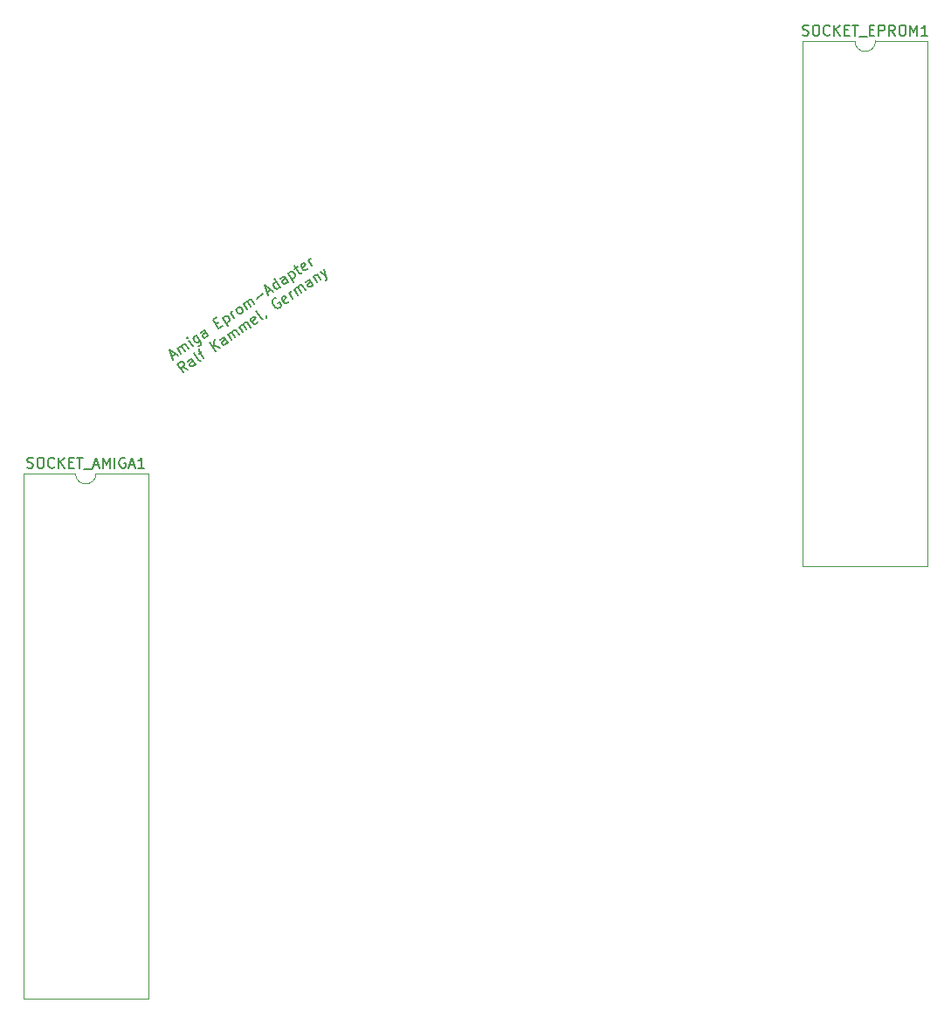
<source format=gbr>
%TF.GenerationSoftware,KiCad,Pcbnew,7.0.7*%
%TF.CreationDate,2024-01-01T13:21:05+01:00*%
%TF.ProjectId,A500-Kickadapter,41353030-2d4b-4696-936b-616461707465,rev?*%
%TF.SameCoordinates,Original*%
%TF.FileFunction,Legend,Top*%
%TF.FilePolarity,Positive*%
%FSLAX46Y46*%
G04 Gerber Fmt 4.6, Leading zero omitted, Abs format (unit mm)*
G04 Created by KiCad (PCBNEW 7.0.7) date 2024-01-01 13:21:05*
%MOMM*%
%LPD*%
G01*
G04 APERTURE LIST*
%ADD10C,0.200000*%
%ADD11C,0.150000*%
%ADD12C,0.120000*%
G04 APERTURE END LIST*
D10*
X116925174Y-67988211D02*
X117319954Y-67721928D01*
X117005987Y-68278335D02*
X116723140Y-67262900D01*
X116723140Y-67262900D02*
X117558679Y-67905540D01*
X117835025Y-67719142D02*
X117462230Y-67166450D01*
X117515486Y-67245406D02*
X117528336Y-67179300D01*
X117528336Y-67179300D02*
X117580664Y-67086566D01*
X117580664Y-67086566D02*
X117699098Y-67006681D01*
X117699098Y-67006681D02*
X117804682Y-66992903D01*
X117804682Y-66992903D02*
X117897416Y-67045230D01*
X117897416Y-67045230D02*
X118190327Y-67479488D01*
X117897416Y-67045230D02*
X117883638Y-66939646D01*
X117883638Y-66939646D02*
X117935966Y-66846912D01*
X117935966Y-66846912D02*
X118054400Y-66767027D01*
X118054400Y-66767027D02*
X118159984Y-66753248D01*
X118159984Y-66753248D02*
X118252718Y-66805576D01*
X118252718Y-66805576D02*
X118545629Y-67239834D01*
X118940408Y-66973552D02*
X118567613Y-66420860D01*
X118381215Y-66144514D02*
X118368366Y-66210620D01*
X118368366Y-66210620D02*
X118434472Y-66223470D01*
X118434472Y-66223470D02*
X118447322Y-66157364D01*
X118447322Y-66157364D02*
X118381215Y-66144514D01*
X118381215Y-66144514D02*
X118434472Y-66223470D01*
X119317694Y-65914924D02*
X119770374Y-66586050D01*
X119770374Y-66586050D02*
X119784153Y-66691634D01*
X119784153Y-66691634D02*
X119771303Y-66757740D01*
X119771303Y-66757740D02*
X119718975Y-66850474D01*
X119718975Y-66850474D02*
X119600541Y-66930359D01*
X119600541Y-66930359D02*
X119494957Y-66944138D01*
X119663861Y-66428138D02*
X119611534Y-66520872D01*
X119611534Y-66520872D02*
X119453622Y-66627385D01*
X119453622Y-66627385D02*
X119348037Y-66641164D01*
X119348037Y-66641164D02*
X119281931Y-66628314D01*
X119281931Y-66628314D02*
X119189197Y-66575986D01*
X119189197Y-66575986D02*
X119029427Y-66339118D01*
X119029427Y-66339118D02*
X119015649Y-66233534D01*
X119015649Y-66233534D02*
X119028499Y-66167428D01*
X119028499Y-66167428D02*
X119080826Y-66074693D01*
X119080826Y-66074693D02*
X119238738Y-65968180D01*
X119238738Y-65968180D02*
X119344322Y-65954402D01*
X120440571Y-65961679D02*
X120147661Y-65527421D01*
X120147661Y-65527421D02*
X120054926Y-65475094D01*
X120054926Y-65475094D02*
X119949342Y-65488872D01*
X119949342Y-65488872D02*
X119791430Y-65595385D01*
X119791430Y-65595385D02*
X119739102Y-65688120D01*
X120413943Y-65922201D02*
X120361615Y-66014936D01*
X120361615Y-66014936D02*
X120164225Y-66148077D01*
X120164225Y-66148077D02*
X120058641Y-66161855D01*
X120058641Y-66161855D02*
X119965907Y-66109528D01*
X119965907Y-66109528D02*
X119912650Y-66030572D01*
X119912650Y-66030572D02*
X119898872Y-65924987D01*
X119898872Y-65924987D02*
X119951199Y-65832253D01*
X119951199Y-65832253D02*
X120148589Y-65699112D01*
X120148589Y-65699112D02*
X120200917Y-65606377D01*
X121174088Y-64835087D02*
X121450434Y-64648689D01*
X121861779Y-65003063D02*
X121466999Y-65269345D01*
X121466999Y-65269345D02*
X120907806Y-64440307D01*
X120907806Y-64440307D02*
X121302586Y-64174025D01*
X121844285Y-64210717D02*
X122403478Y-65039754D01*
X121870914Y-64250195D02*
X121923241Y-64157460D01*
X121923241Y-64157460D02*
X122081153Y-64050947D01*
X122081153Y-64050947D02*
X122186737Y-64037169D01*
X122186737Y-64037169D02*
X122252844Y-64050019D01*
X122252844Y-64050019D02*
X122345578Y-64102346D01*
X122345578Y-64102346D02*
X122505347Y-64339214D01*
X122505347Y-64339214D02*
X122519126Y-64444798D01*
X122519126Y-64444798D02*
X122506276Y-64510905D01*
X122506276Y-64510905D02*
X122453948Y-64603639D01*
X122453948Y-64603639D02*
X122296037Y-64710152D01*
X122296037Y-64710152D02*
X122190452Y-64723930D01*
X122967162Y-64257472D02*
X122594367Y-63704780D01*
X122700880Y-63862692D02*
X122687101Y-63757108D01*
X122687101Y-63757108D02*
X122699951Y-63691002D01*
X122699951Y-63691002D02*
X122752279Y-63598267D01*
X122752279Y-63598267D02*
X122831235Y-63545011D01*
X123598810Y-63831420D02*
X123493226Y-63845198D01*
X123493226Y-63845198D02*
X123427120Y-63832349D01*
X123427120Y-63832349D02*
X123334385Y-63780021D01*
X123334385Y-63780021D02*
X123174616Y-63543153D01*
X123174616Y-63543153D02*
X123160838Y-63437569D01*
X123160838Y-63437569D02*
X123173687Y-63371463D01*
X123173687Y-63371463D02*
X123226015Y-63278728D01*
X123226015Y-63278728D02*
X123344449Y-63198844D01*
X123344449Y-63198844D02*
X123450033Y-63185065D01*
X123450033Y-63185065D02*
X123516139Y-63197915D01*
X123516139Y-63197915D02*
X123608874Y-63250243D01*
X123608874Y-63250243D02*
X123768643Y-63487110D01*
X123768643Y-63487110D02*
X123782422Y-63592695D01*
X123782422Y-63592695D02*
X123769572Y-63658801D01*
X123769572Y-63658801D02*
X123717244Y-63751535D01*
X123717244Y-63751535D02*
X123598810Y-63831420D01*
X124230458Y-63405368D02*
X123857663Y-62852676D01*
X123910919Y-62931632D02*
X123923769Y-62865526D01*
X123923769Y-62865526D02*
X123976097Y-62772792D01*
X123976097Y-62772792D02*
X124094531Y-62692907D01*
X124094531Y-62692907D02*
X124200115Y-62679129D01*
X124200115Y-62679129D02*
X124292849Y-62731456D01*
X124292849Y-62731456D02*
X124585760Y-63165714D01*
X124292849Y-62731456D02*
X124279071Y-62625872D01*
X124279071Y-62625872D02*
X124331399Y-62533138D01*
X124331399Y-62533138D02*
X124449832Y-62453253D01*
X124449832Y-62453253D02*
X124555417Y-62439474D01*
X124555417Y-62439474D02*
X124648151Y-62491802D01*
X124648151Y-62491802D02*
X124941062Y-62926060D01*
X125122815Y-62343954D02*
X125754463Y-61917902D01*
X126163021Y-61757204D02*
X126557801Y-61490922D01*
X126243835Y-62047329D02*
X125960987Y-61031893D01*
X125960987Y-61031893D02*
X126796526Y-61674533D01*
X127428174Y-61248482D02*
X126868981Y-60419444D01*
X127401546Y-61209004D02*
X127349218Y-61301738D01*
X127349218Y-61301738D02*
X127191306Y-61408251D01*
X127191306Y-61408251D02*
X127085722Y-61422029D01*
X127085722Y-61422029D02*
X127019616Y-61409180D01*
X127019616Y-61409180D02*
X126926881Y-61356852D01*
X126926881Y-61356852D02*
X126767112Y-61119984D01*
X126767112Y-61119984D02*
X126753333Y-61014400D01*
X126753333Y-61014400D02*
X126766183Y-60948294D01*
X126766183Y-60948294D02*
X126818511Y-60855559D01*
X126818511Y-60855559D02*
X126976423Y-60749046D01*
X126976423Y-60749046D02*
X127082007Y-60735268D01*
X128178256Y-60742545D02*
X127885345Y-60308287D01*
X127885345Y-60308287D02*
X127792611Y-60255960D01*
X127792611Y-60255960D02*
X127687027Y-60269738D01*
X127687027Y-60269738D02*
X127529115Y-60376251D01*
X127529115Y-60376251D02*
X127476787Y-60468985D01*
X128151627Y-60703067D02*
X128099300Y-60795801D01*
X128099300Y-60795801D02*
X127901910Y-60928943D01*
X127901910Y-60928943D02*
X127796326Y-60942721D01*
X127796326Y-60942721D02*
X127703591Y-60890393D01*
X127703591Y-60890393D02*
X127650335Y-60811437D01*
X127650335Y-60811437D02*
X127636556Y-60705853D01*
X127636556Y-60705853D02*
X127688884Y-60613119D01*
X127688884Y-60613119D02*
X127886274Y-60479978D01*
X127886274Y-60479978D02*
X127938602Y-60387243D01*
X128200240Y-59923571D02*
X128759433Y-60752608D01*
X128226869Y-59963049D02*
X128279196Y-59870314D01*
X128279196Y-59870314D02*
X128437108Y-59763802D01*
X128437108Y-59763802D02*
X128542692Y-59750023D01*
X128542692Y-59750023D02*
X128608799Y-59762873D01*
X128608799Y-59762873D02*
X128701533Y-59815200D01*
X128701533Y-59815200D02*
X128861302Y-60052068D01*
X128861302Y-60052068D02*
X128875081Y-60157653D01*
X128875081Y-60157653D02*
X128862231Y-60223759D01*
X128862231Y-60223759D02*
X128809903Y-60316493D01*
X128809903Y-60316493D02*
X128651992Y-60423006D01*
X128651992Y-60423006D02*
X128546407Y-60436785D01*
X128831888Y-59497519D02*
X129147712Y-59284493D01*
X128763924Y-59141289D02*
X129243233Y-59851892D01*
X129243233Y-59851892D02*
X129335967Y-59904220D01*
X129335967Y-59904220D02*
X129441551Y-59890441D01*
X129441551Y-59890441D02*
X129520507Y-59837185D01*
X130086049Y-59398283D02*
X130033721Y-59491018D01*
X130033721Y-59491018D02*
X129875809Y-59597531D01*
X129875809Y-59597531D02*
X129770225Y-59611309D01*
X129770225Y-59611309D02*
X129677491Y-59558981D01*
X129677491Y-59558981D02*
X129464465Y-59243158D01*
X129464465Y-59243158D02*
X129450686Y-59137573D01*
X129450686Y-59137573D02*
X129503014Y-59044839D01*
X129503014Y-59044839D02*
X129660926Y-58938326D01*
X129660926Y-58938326D02*
X129766510Y-58924547D01*
X129766510Y-58924547D02*
X129859245Y-58976875D01*
X129859245Y-58976875D02*
X129912501Y-59055831D01*
X129912501Y-59055831D02*
X129570978Y-59401069D01*
X130507457Y-59171479D02*
X130134662Y-58618787D01*
X130241175Y-58776699D02*
X130227396Y-58671115D01*
X130227396Y-58671115D02*
X130240246Y-58605009D01*
X130240246Y-58605009D02*
X130292574Y-58512274D01*
X130292574Y-58512274D02*
X130371530Y-58459018D01*
X118498458Y-69213662D02*
X117955830Y-69005279D01*
X118024722Y-69533200D02*
X117465529Y-68704163D01*
X117465529Y-68704163D02*
X117781353Y-68491137D01*
X117781353Y-68491137D02*
X117886937Y-68477359D01*
X117886937Y-68477359D02*
X117953044Y-68490208D01*
X117953044Y-68490208D02*
X118045778Y-68542536D01*
X118045778Y-68542536D02*
X118125663Y-68660970D01*
X118125663Y-68660970D02*
X118139441Y-68766554D01*
X118139441Y-68766554D02*
X118126592Y-68832660D01*
X118126592Y-68832660D02*
X118074264Y-68925395D01*
X118074264Y-68925395D02*
X117758440Y-69138421D01*
X119209062Y-68734353D02*
X118916151Y-68300096D01*
X118916151Y-68300096D02*
X118823417Y-68247768D01*
X118823417Y-68247768D02*
X118717833Y-68261546D01*
X118717833Y-68261546D02*
X118559921Y-68368059D01*
X118559921Y-68368059D02*
X118507593Y-68460794D01*
X119182433Y-68694875D02*
X119130106Y-68787610D01*
X119130106Y-68787610D02*
X118932716Y-68920751D01*
X118932716Y-68920751D02*
X118827132Y-68934530D01*
X118827132Y-68934530D02*
X118734397Y-68882202D01*
X118734397Y-68882202D02*
X118681141Y-68803246D01*
X118681141Y-68803246D02*
X118667362Y-68697662D01*
X118667362Y-68697662D02*
X118719690Y-68604927D01*
X118719690Y-68604927D02*
X118917080Y-68471786D01*
X118917080Y-68471786D02*
X118969408Y-68379052D01*
X119722276Y-68388186D02*
X119616691Y-68401965D01*
X119616691Y-68401965D02*
X119523957Y-68349637D01*
X119523957Y-68349637D02*
X119044649Y-67639033D01*
X119546871Y-67702353D02*
X119862694Y-67489327D01*
X120038100Y-68175160D02*
X119558792Y-67464557D01*
X119558792Y-67464557D02*
X119545013Y-67358972D01*
X119545013Y-67358972D02*
X119597341Y-67266238D01*
X119597341Y-67266238D02*
X119676297Y-67212981D01*
X121143484Y-67429569D02*
X120584291Y-66600532D01*
X121617220Y-67110031D02*
X120942379Y-66875949D01*
X121058027Y-66280993D02*
X120903830Y-67074267D01*
X122327823Y-66630722D02*
X122034913Y-66196465D01*
X122034913Y-66196465D02*
X121942178Y-66144137D01*
X121942178Y-66144137D02*
X121836594Y-66157915D01*
X121836594Y-66157915D02*
X121678682Y-66264428D01*
X121678682Y-66264428D02*
X121626354Y-66357163D01*
X122301195Y-66591244D02*
X122248867Y-66683979D01*
X122248867Y-66683979D02*
X122051477Y-66817120D01*
X122051477Y-66817120D02*
X121945893Y-66830898D01*
X121945893Y-66830898D02*
X121853159Y-66778571D01*
X121853159Y-66778571D02*
X121799902Y-66699615D01*
X121799902Y-66699615D02*
X121786124Y-66594031D01*
X121786124Y-66594031D02*
X121838451Y-66501296D01*
X121838451Y-66501296D02*
X122035841Y-66368155D01*
X122035841Y-66368155D02*
X122088169Y-66275420D01*
X122722603Y-66364440D02*
X122349808Y-65811748D01*
X122403064Y-65890704D02*
X122415914Y-65824598D01*
X122415914Y-65824598D02*
X122468242Y-65731864D01*
X122468242Y-65731864D02*
X122586676Y-65651979D01*
X122586676Y-65651979D02*
X122692260Y-65638200D01*
X122692260Y-65638200D02*
X122784994Y-65690528D01*
X122784994Y-65690528D02*
X123077905Y-66124786D01*
X122784994Y-65690528D02*
X122771216Y-65584944D01*
X122771216Y-65584944D02*
X122823544Y-65492209D01*
X122823544Y-65492209D02*
X122941977Y-65412325D01*
X122941977Y-65412325D02*
X123047562Y-65398546D01*
X123047562Y-65398546D02*
X123140296Y-65450874D01*
X123140296Y-65450874D02*
X123433207Y-65885132D01*
X123827986Y-65618850D02*
X123455191Y-65066158D01*
X123508447Y-65145114D02*
X123521297Y-65079008D01*
X123521297Y-65079008D02*
X123573625Y-64986273D01*
X123573625Y-64986273D02*
X123692059Y-64906388D01*
X123692059Y-64906388D02*
X123797643Y-64892610D01*
X123797643Y-64892610D02*
X123890377Y-64944938D01*
X123890377Y-64944938D02*
X124183288Y-65379195D01*
X123890377Y-64944938D02*
X123876599Y-64839353D01*
X123876599Y-64839353D02*
X123928927Y-64746619D01*
X123928927Y-64746619D02*
X124047361Y-64666734D01*
X124047361Y-64666734D02*
X124152945Y-64652956D01*
X124152945Y-64652956D02*
X124245679Y-64705284D01*
X124245679Y-64705284D02*
X124538590Y-65139541D01*
X125222565Y-64620755D02*
X125170237Y-64713490D01*
X125170237Y-64713490D02*
X125012325Y-64820003D01*
X125012325Y-64820003D02*
X124906741Y-64833781D01*
X124906741Y-64833781D02*
X124814007Y-64781454D01*
X124814007Y-64781454D02*
X124600981Y-64465630D01*
X124600981Y-64465630D02*
X124587202Y-64360045D01*
X124587202Y-64360045D02*
X124639530Y-64267311D01*
X124639530Y-64267311D02*
X124797442Y-64160798D01*
X124797442Y-64160798D02*
X124903026Y-64147020D01*
X124903026Y-64147020D02*
X124995761Y-64199347D01*
X124995761Y-64199347D02*
X125049017Y-64278303D01*
X125049017Y-64278303D02*
X124707494Y-64623542D01*
X125762407Y-64314066D02*
X125656823Y-64327845D01*
X125656823Y-64327845D02*
X125564088Y-64275517D01*
X125564088Y-64275517D02*
X125084780Y-63564913D01*
X126091081Y-64034934D02*
X126117709Y-64074412D01*
X126117709Y-64074412D02*
X126131488Y-64179996D01*
X126131488Y-64179996D02*
X126118638Y-64246102D01*
X127006352Y-62326236D02*
X126900767Y-62340014D01*
X126900767Y-62340014D02*
X126782333Y-62419899D01*
X126782333Y-62419899D02*
X126690528Y-62539262D01*
X126690528Y-62539262D02*
X126664828Y-62671474D01*
X126664828Y-62671474D02*
X126678607Y-62777058D01*
X126678607Y-62777058D02*
X126745642Y-62961599D01*
X126745642Y-62961599D02*
X126825526Y-63080033D01*
X126825526Y-63080033D02*
X126971517Y-63211316D01*
X126971517Y-63211316D02*
X127064252Y-63263644D01*
X127064252Y-63263644D02*
X127196464Y-63289343D01*
X127196464Y-63289343D02*
X127341526Y-63248937D01*
X127341526Y-63248937D02*
X127420482Y-63195680D01*
X127420482Y-63195680D02*
X127512288Y-63076318D01*
X127512288Y-63076318D02*
X127525138Y-63010211D01*
X127525138Y-63010211D02*
X127338740Y-62733866D01*
X127338740Y-62733866D02*
X127180828Y-62840378D01*
X128222892Y-62597009D02*
X128170564Y-62689744D01*
X128170564Y-62689744D02*
X128012652Y-62796257D01*
X128012652Y-62796257D02*
X127907068Y-62810035D01*
X127907068Y-62810035D02*
X127814333Y-62757708D01*
X127814333Y-62757708D02*
X127601308Y-62441884D01*
X127601308Y-62441884D02*
X127587529Y-62336300D01*
X127587529Y-62336300D02*
X127639857Y-62243565D01*
X127639857Y-62243565D02*
X127797769Y-62137052D01*
X127797769Y-62137052D02*
X127903353Y-62123274D01*
X127903353Y-62123274D02*
X127996087Y-62175601D01*
X127996087Y-62175601D02*
X128049344Y-62254557D01*
X128049344Y-62254557D02*
X127707820Y-62599796D01*
X128644300Y-62370205D02*
X128271505Y-61817513D01*
X128378018Y-61975425D02*
X128364239Y-61869841D01*
X128364239Y-61869841D02*
X128377089Y-61803735D01*
X128377089Y-61803735D02*
X128429416Y-61711000D01*
X128429416Y-61711000D02*
X128508372Y-61657744D01*
X129157514Y-62024038D02*
X128784719Y-61471346D01*
X128837975Y-61550302D02*
X128850825Y-61484196D01*
X128850825Y-61484196D02*
X128903153Y-61391461D01*
X128903153Y-61391461D02*
X129021587Y-61311577D01*
X129021587Y-61311577D02*
X129127171Y-61297798D01*
X129127171Y-61297798D02*
X129219905Y-61350126D01*
X129219905Y-61350126D02*
X129512816Y-61784384D01*
X129219905Y-61350126D02*
X129206127Y-61244542D01*
X129206127Y-61244542D02*
X129258454Y-61151807D01*
X129258454Y-61151807D02*
X129376888Y-61071923D01*
X129376888Y-61071923D02*
X129482473Y-61058144D01*
X129482473Y-61058144D02*
X129575207Y-61110472D01*
X129575207Y-61110472D02*
X129868118Y-61544730D01*
X130618199Y-61038793D02*
X130325288Y-60604535D01*
X130325288Y-60604535D02*
X130232554Y-60552208D01*
X130232554Y-60552208D02*
X130126970Y-60565986D01*
X130126970Y-60565986D02*
X129969058Y-60672499D01*
X129969058Y-60672499D02*
X129916730Y-60765234D01*
X130591571Y-60999315D02*
X130539243Y-61092050D01*
X130539243Y-61092050D02*
X130341853Y-61225191D01*
X130341853Y-61225191D02*
X130236269Y-61238969D01*
X130236269Y-61238969D02*
X130143534Y-61186642D01*
X130143534Y-61186642D02*
X130090278Y-61107686D01*
X130090278Y-61107686D02*
X130076499Y-61002102D01*
X130076499Y-61002102D02*
X130128827Y-60909367D01*
X130128827Y-60909367D02*
X130326217Y-60776226D01*
X130326217Y-60776226D02*
X130378545Y-60683491D01*
X130640183Y-60219819D02*
X131012979Y-60772511D01*
X130693440Y-60298775D02*
X130706290Y-60232669D01*
X130706290Y-60232669D02*
X130758617Y-60139934D01*
X130758617Y-60139934D02*
X130877051Y-60060050D01*
X130877051Y-60060050D02*
X130982636Y-60046271D01*
X130982636Y-60046271D02*
X131075370Y-60098599D01*
X131075370Y-60098599D02*
X131368281Y-60532857D01*
X131311309Y-59767139D02*
X131881494Y-60186690D01*
X131706089Y-59500857D02*
X131881494Y-60186690D01*
X131881494Y-60186690D02*
X131935680Y-60437336D01*
X131935680Y-60437336D02*
X131922830Y-60503442D01*
X131922830Y-60503442D02*
X131870502Y-60596177D01*
D11*
X102918333Y-78722200D02*
X103061190Y-78769819D01*
X103061190Y-78769819D02*
X103299285Y-78769819D01*
X103299285Y-78769819D02*
X103394523Y-78722200D01*
X103394523Y-78722200D02*
X103442142Y-78674580D01*
X103442142Y-78674580D02*
X103489761Y-78579342D01*
X103489761Y-78579342D02*
X103489761Y-78484104D01*
X103489761Y-78484104D02*
X103442142Y-78388866D01*
X103442142Y-78388866D02*
X103394523Y-78341247D01*
X103394523Y-78341247D02*
X103299285Y-78293628D01*
X103299285Y-78293628D02*
X103108809Y-78246009D01*
X103108809Y-78246009D02*
X103013571Y-78198390D01*
X103013571Y-78198390D02*
X102965952Y-78150771D01*
X102965952Y-78150771D02*
X102918333Y-78055533D01*
X102918333Y-78055533D02*
X102918333Y-77960295D01*
X102918333Y-77960295D02*
X102965952Y-77865057D01*
X102965952Y-77865057D02*
X103013571Y-77817438D01*
X103013571Y-77817438D02*
X103108809Y-77769819D01*
X103108809Y-77769819D02*
X103346904Y-77769819D01*
X103346904Y-77769819D02*
X103489761Y-77817438D01*
X104108809Y-77769819D02*
X104299285Y-77769819D01*
X104299285Y-77769819D02*
X104394523Y-77817438D01*
X104394523Y-77817438D02*
X104489761Y-77912676D01*
X104489761Y-77912676D02*
X104537380Y-78103152D01*
X104537380Y-78103152D02*
X104537380Y-78436485D01*
X104537380Y-78436485D02*
X104489761Y-78626961D01*
X104489761Y-78626961D02*
X104394523Y-78722200D01*
X104394523Y-78722200D02*
X104299285Y-78769819D01*
X104299285Y-78769819D02*
X104108809Y-78769819D01*
X104108809Y-78769819D02*
X104013571Y-78722200D01*
X104013571Y-78722200D02*
X103918333Y-78626961D01*
X103918333Y-78626961D02*
X103870714Y-78436485D01*
X103870714Y-78436485D02*
X103870714Y-78103152D01*
X103870714Y-78103152D02*
X103918333Y-77912676D01*
X103918333Y-77912676D02*
X104013571Y-77817438D01*
X104013571Y-77817438D02*
X104108809Y-77769819D01*
X105537380Y-78674580D02*
X105489761Y-78722200D01*
X105489761Y-78722200D02*
X105346904Y-78769819D01*
X105346904Y-78769819D02*
X105251666Y-78769819D01*
X105251666Y-78769819D02*
X105108809Y-78722200D01*
X105108809Y-78722200D02*
X105013571Y-78626961D01*
X105013571Y-78626961D02*
X104965952Y-78531723D01*
X104965952Y-78531723D02*
X104918333Y-78341247D01*
X104918333Y-78341247D02*
X104918333Y-78198390D01*
X104918333Y-78198390D02*
X104965952Y-78007914D01*
X104965952Y-78007914D02*
X105013571Y-77912676D01*
X105013571Y-77912676D02*
X105108809Y-77817438D01*
X105108809Y-77817438D02*
X105251666Y-77769819D01*
X105251666Y-77769819D02*
X105346904Y-77769819D01*
X105346904Y-77769819D02*
X105489761Y-77817438D01*
X105489761Y-77817438D02*
X105537380Y-77865057D01*
X105965952Y-78769819D02*
X105965952Y-77769819D01*
X106537380Y-78769819D02*
X106108809Y-78198390D01*
X106537380Y-77769819D02*
X105965952Y-78341247D01*
X106965952Y-78246009D02*
X107299285Y-78246009D01*
X107442142Y-78769819D02*
X106965952Y-78769819D01*
X106965952Y-78769819D02*
X106965952Y-77769819D01*
X106965952Y-77769819D02*
X107442142Y-77769819D01*
X107727857Y-77769819D02*
X108299285Y-77769819D01*
X108013571Y-78769819D02*
X108013571Y-77769819D01*
X108394524Y-78865057D02*
X109156428Y-78865057D01*
X109346905Y-78484104D02*
X109823095Y-78484104D01*
X109251667Y-78769819D02*
X109585000Y-77769819D01*
X109585000Y-77769819D02*
X109918333Y-78769819D01*
X110251667Y-78769819D02*
X110251667Y-77769819D01*
X110251667Y-77769819D02*
X110585000Y-78484104D01*
X110585000Y-78484104D02*
X110918333Y-77769819D01*
X110918333Y-77769819D02*
X110918333Y-78769819D01*
X111394524Y-78769819D02*
X111394524Y-77769819D01*
X112394523Y-77817438D02*
X112299285Y-77769819D01*
X112299285Y-77769819D02*
X112156428Y-77769819D01*
X112156428Y-77769819D02*
X112013571Y-77817438D01*
X112013571Y-77817438D02*
X111918333Y-77912676D01*
X111918333Y-77912676D02*
X111870714Y-78007914D01*
X111870714Y-78007914D02*
X111823095Y-78198390D01*
X111823095Y-78198390D02*
X111823095Y-78341247D01*
X111823095Y-78341247D02*
X111870714Y-78531723D01*
X111870714Y-78531723D02*
X111918333Y-78626961D01*
X111918333Y-78626961D02*
X112013571Y-78722200D01*
X112013571Y-78722200D02*
X112156428Y-78769819D01*
X112156428Y-78769819D02*
X112251666Y-78769819D01*
X112251666Y-78769819D02*
X112394523Y-78722200D01*
X112394523Y-78722200D02*
X112442142Y-78674580D01*
X112442142Y-78674580D02*
X112442142Y-78341247D01*
X112442142Y-78341247D02*
X112251666Y-78341247D01*
X112823095Y-78484104D02*
X113299285Y-78484104D01*
X112727857Y-78769819D02*
X113061190Y-77769819D01*
X113061190Y-77769819D02*
X113394523Y-78769819D01*
X114251666Y-78769819D02*
X113680238Y-78769819D01*
X113965952Y-78769819D02*
X113965952Y-77769819D01*
X113965952Y-77769819D02*
X113870714Y-77912676D01*
X113870714Y-77912676D02*
X113775476Y-78007914D01*
X113775476Y-78007914D02*
X113680238Y-78055533D01*
X178102381Y-36812200D02*
X178245238Y-36859819D01*
X178245238Y-36859819D02*
X178483333Y-36859819D01*
X178483333Y-36859819D02*
X178578571Y-36812200D01*
X178578571Y-36812200D02*
X178626190Y-36764580D01*
X178626190Y-36764580D02*
X178673809Y-36669342D01*
X178673809Y-36669342D02*
X178673809Y-36574104D01*
X178673809Y-36574104D02*
X178626190Y-36478866D01*
X178626190Y-36478866D02*
X178578571Y-36431247D01*
X178578571Y-36431247D02*
X178483333Y-36383628D01*
X178483333Y-36383628D02*
X178292857Y-36336009D01*
X178292857Y-36336009D02*
X178197619Y-36288390D01*
X178197619Y-36288390D02*
X178150000Y-36240771D01*
X178150000Y-36240771D02*
X178102381Y-36145533D01*
X178102381Y-36145533D02*
X178102381Y-36050295D01*
X178102381Y-36050295D02*
X178150000Y-35955057D01*
X178150000Y-35955057D02*
X178197619Y-35907438D01*
X178197619Y-35907438D02*
X178292857Y-35859819D01*
X178292857Y-35859819D02*
X178530952Y-35859819D01*
X178530952Y-35859819D02*
X178673809Y-35907438D01*
X179292857Y-35859819D02*
X179483333Y-35859819D01*
X179483333Y-35859819D02*
X179578571Y-35907438D01*
X179578571Y-35907438D02*
X179673809Y-36002676D01*
X179673809Y-36002676D02*
X179721428Y-36193152D01*
X179721428Y-36193152D02*
X179721428Y-36526485D01*
X179721428Y-36526485D02*
X179673809Y-36716961D01*
X179673809Y-36716961D02*
X179578571Y-36812200D01*
X179578571Y-36812200D02*
X179483333Y-36859819D01*
X179483333Y-36859819D02*
X179292857Y-36859819D01*
X179292857Y-36859819D02*
X179197619Y-36812200D01*
X179197619Y-36812200D02*
X179102381Y-36716961D01*
X179102381Y-36716961D02*
X179054762Y-36526485D01*
X179054762Y-36526485D02*
X179054762Y-36193152D01*
X179054762Y-36193152D02*
X179102381Y-36002676D01*
X179102381Y-36002676D02*
X179197619Y-35907438D01*
X179197619Y-35907438D02*
X179292857Y-35859819D01*
X180721428Y-36764580D02*
X180673809Y-36812200D01*
X180673809Y-36812200D02*
X180530952Y-36859819D01*
X180530952Y-36859819D02*
X180435714Y-36859819D01*
X180435714Y-36859819D02*
X180292857Y-36812200D01*
X180292857Y-36812200D02*
X180197619Y-36716961D01*
X180197619Y-36716961D02*
X180150000Y-36621723D01*
X180150000Y-36621723D02*
X180102381Y-36431247D01*
X180102381Y-36431247D02*
X180102381Y-36288390D01*
X180102381Y-36288390D02*
X180150000Y-36097914D01*
X180150000Y-36097914D02*
X180197619Y-36002676D01*
X180197619Y-36002676D02*
X180292857Y-35907438D01*
X180292857Y-35907438D02*
X180435714Y-35859819D01*
X180435714Y-35859819D02*
X180530952Y-35859819D01*
X180530952Y-35859819D02*
X180673809Y-35907438D01*
X180673809Y-35907438D02*
X180721428Y-35955057D01*
X181150000Y-36859819D02*
X181150000Y-35859819D01*
X181721428Y-36859819D02*
X181292857Y-36288390D01*
X181721428Y-35859819D02*
X181150000Y-36431247D01*
X182150000Y-36336009D02*
X182483333Y-36336009D01*
X182626190Y-36859819D02*
X182150000Y-36859819D01*
X182150000Y-36859819D02*
X182150000Y-35859819D01*
X182150000Y-35859819D02*
X182626190Y-35859819D01*
X182911905Y-35859819D02*
X183483333Y-35859819D01*
X183197619Y-36859819D02*
X183197619Y-35859819D01*
X183578572Y-36955057D02*
X184340476Y-36955057D01*
X184578572Y-36336009D02*
X184911905Y-36336009D01*
X185054762Y-36859819D02*
X184578572Y-36859819D01*
X184578572Y-36859819D02*
X184578572Y-35859819D01*
X184578572Y-35859819D02*
X185054762Y-35859819D01*
X185483334Y-36859819D02*
X185483334Y-35859819D01*
X185483334Y-35859819D02*
X185864286Y-35859819D01*
X185864286Y-35859819D02*
X185959524Y-35907438D01*
X185959524Y-35907438D02*
X186007143Y-35955057D01*
X186007143Y-35955057D02*
X186054762Y-36050295D01*
X186054762Y-36050295D02*
X186054762Y-36193152D01*
X186054762Y-36193152D02*
X186007143Y-36288390D01*
X186007143Y-36288390D02*
X185959524Y-36336009D01*
X185959524Y-36336009D02*
X185864286Y-36383628D01*
X185864286Y-36383628D02*
X185483334Y-36383628D01*
X187054762Y-36859819D02*
X186721429Y-36383628D01*
X186483334Y-36859819D02*
X186483334Y-35859819D01*
X186483334Y-35859819D02*
X186864286Y-35859819D01*
X186864286Y-35859819D02*
X186959524Y-35907438D01*
X186959524Y-35907438D02*
X187007143Y-35955057D01*
X187007143Y-35955057D02*
X187054762Y-36050295D01*
X187054762Y-36050295D02*
X187054762Y-36193152D01*
X187054762Y-36193152D02*
X187007143Y-36288390D01*
X187007143Y-36288390D02*
X186959524Y-36336009D01*
X186959524Y-36336009D02*
X186864286Y-36383628D01*
X186864286Y-36383628D02*
X186483334Y-36383628D01*
X187673810Y-35859819D02*
X187864286Y-35859819D01*
X187864286Y-35859819D02*
X187959524Y-35907438D01*
X187959524Y-35907438D02*
X188054762Y-36002676D01*
X188054762Y-36002676D02*
X188102381Y-36193152D01*
X188102381Y-36193152D02*
X188102381Y-36526485D01*
X188102381Y-36526485D02*
X188054762Y-36716961D01*
X188054762Y-36716961D02*
X187959524Y-36812200D01*
X187959524Y-36812200D02*
X187864286Y-36859819D01*
X187864286Y-36859819D02*
X187673810Y-36859819D01*
X187673810Y-36859819D02*
X187578572Y-36812200D01*
X187578572Y-36812200D02*
X187483334Y-36716961D01*
X187483334Y-36716961D02*
X187435715Y-36526485D01*
X187435715Y-36526485D02*
X187435715Y-36193152D01*
X187435715Y-36193152D02*
X187483334Y-36002676D01*
X187483334Y-36002676D02*
X187578572Y-35907438D01*
X187578572Y-35907438D02*
X187673810Y-35859819D01*
X188530953Y-36859819D02*
X188530953Y-35859819D01*
X188530953Y-35859819D02*
X188864286Y-36574104D01*
X188864286Y-36574104D02*
X189197619Y-35859819D01*
X189197619Y-35859819D02*
X189197619Y-36859819D01*
X190197619Y-36859819D02*
X189626191Y-36859819D01*
X189911905Y-36859819D02*
X189911905Y-35859819D01*
X189911905Y-35859819D02*
X189816667Y-36002676D01*
X189816667Y-36002676D02*
X189721429Y-36097914D01*
X189721429Y-36097914D02*
X189626191Y-36145533D01*
D12*
%TO.C,SOCKET_AMIGA1*%
X102525000Y-79315000D02*
X102525000Y-130235000D01*
X102525000Y-130235000D02*
X114645000Y-130235000D01*
X107585000Y-79315000D02*
X102525000Y-79315000D01*
X114645000Y-79315000D02*
X109585000Y-79315000D01*
X114645000Y-130235000D02*
X114645000Y-79315000D01*
X107585000Y-79315000D02*
G75*
G03*
X109585000Y-79315000I1000000J0D01*
G01*
%TO.C,SOCKET_EPROM1*%
X178090000Y-37405000D02*
X178090000Y-88325000D01*
X178090000Y-88325000D02*
X190210000Y-88325000D01*
X183150000Y-37405000D02*
X178090000Y-37405000D01*
X190210000Y-37405000D02*
X185150000Y-37405000D01*
X190210000Y-88325000D02*
X190210000Y-37405000D01*
X183150000Y-37405000D02*
G75*
G03*
X185150000Y-37405000I1000000J0D01*
G01*
%TD*%
M02*

</source>
